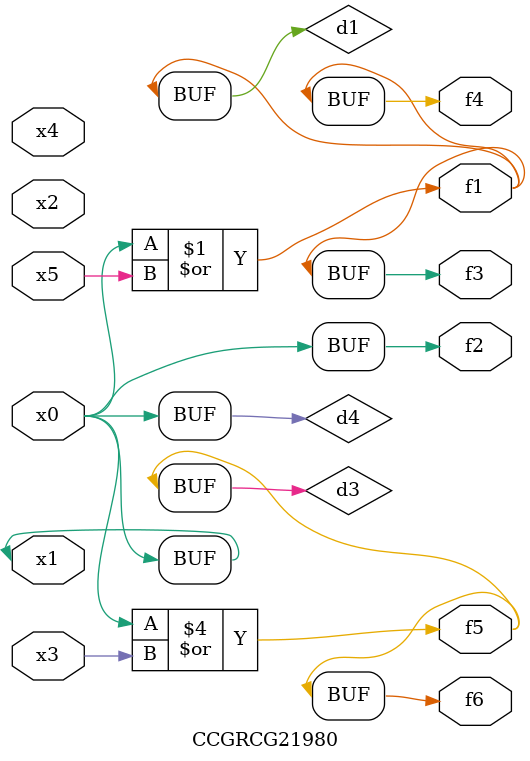
<source format=v>
module CCGRCG21980(
	input x0, x1, x2, x3, x4, x5,
	output f1, f2, f3, f4, f5, f6
);

	wire d1, d2, d3, d4;

	or (d1, x0, x5);
	xnor (d2, x1, x4);
	or (d3, x0, x3);
	buf (d4, x0, x1);
	assign f1 = d1;
	assign f2 = d4;
	assign f3 = d1;
	assign f4 = d1;
	assign f5 = d3;
	assign f6 = d3;
endmodule

</source>
